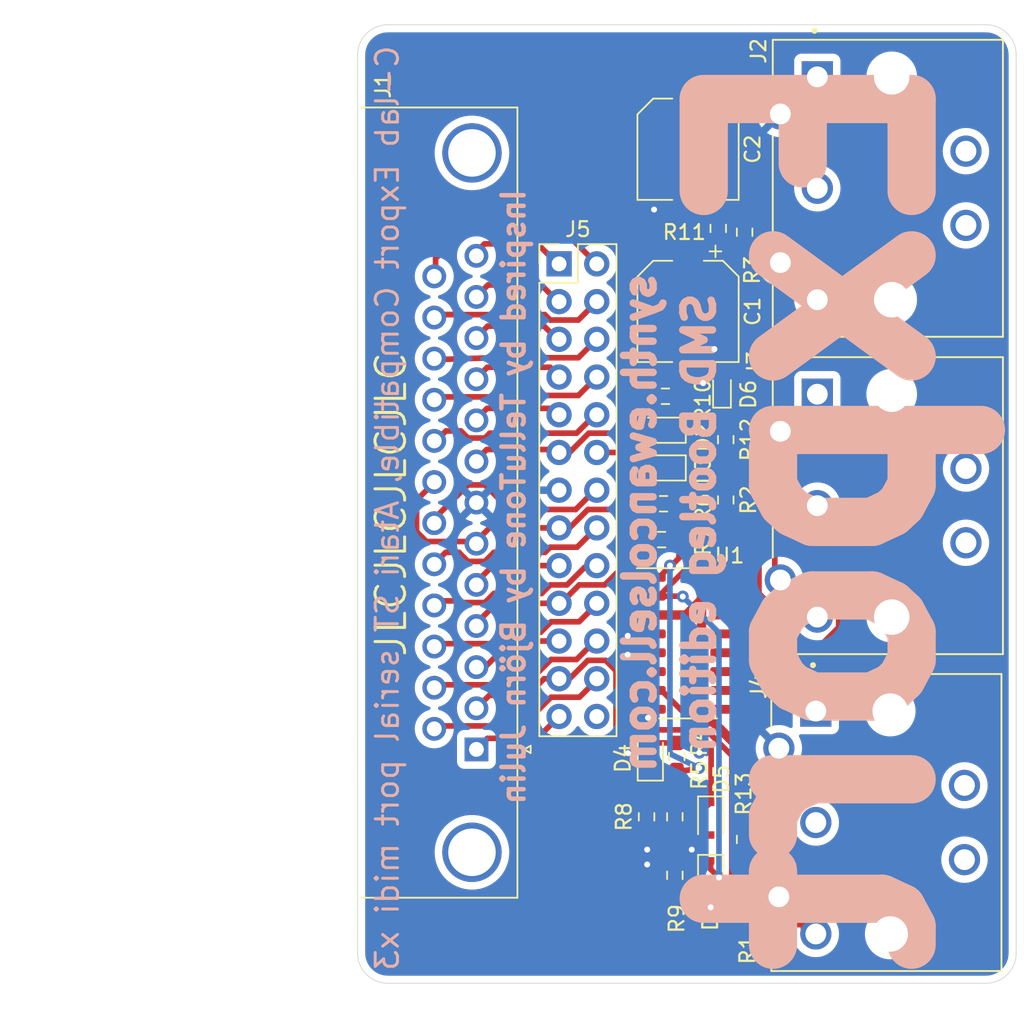
<source format=kicad_pcb>
(kicad_pcb (version 20211014) (generator pcbnew)
  (layers (0 "F.Cu" signal) (31 "B.Cu" signal) (34 "B.Paste" user) (35 "F.Paste" user) (36 "B.SilkS" user "B.Silkscreen") (37 "F.SilkS" user "F.Silkscreen") (38 "B.Mask" user) (39 "F.Mask" user) (44 "Edge.Cuts" user))
  (net 0 "")
  (net 1 "GND")
  (net 2 "Net-(C1-Pad1)")
  (net 3 "VCC")
  (net 4 "Net-(D1-Pad1)")
  (net 5 "Net-(D2-Pad2)")
  (net 6 "Net-(D3-Pad2)")
  (net 7 "Net-(D4-Pad1)")
  (net 8 "Net-(D5-Pad1)")
  (net 9 "Net-(J1-Pad2)")
  (net 10 "Net-(J2-Pad5)")
  (net 11 "Net-(J2-Pad4)")
  (net 12 "Net-(J3-Pad5)")
  (net 13 "Net-(J3-Pad4)")
  (net 14 "Net-(J4-Pad5)")
  (net 15 "Net-(J4-Pad4)")
  (net 16 "Net-(R1-Pad2)")
  (net 17 "Net-(R2-Pad2)")
  (net 18 "Net-(R3-Pad2)")
  (net 19 "Net-(J1-Pad25)")
  (net 20 "Net-(J1-Pad24)")
  (net 21 "Net-(J1-Pad23)")
  (net 22 "Net-(J1-Pad22)")
  (net 23 "Net-(J1-Pad21)")
  (net 24 "Net-(J1-Pad19)")
  (net 25 "Net-(J1-Pad18)")
  (net 26 "Net-(J1-Pad17)")
  (net 27 "Net-(J1-Pad16)")
  (net 28 "Net-(J1-Pad15)")
  (net 29 "Net-(J1-Pad14)")
  (net 30 "Net-(J1-Pad13)")
  (net 31 "Net-(J1-Pad12)")
  (net 32 "Net-(J1-Pad11)")
  (net 33 "Net-(J1-Pad10)")
  (net 34 "Net-(J1-Pad9)")
  (net 35 "Net-(J1-Pad5)")
  (net 36 "Net-(J1-Pad3)")
  (net 37 "Net-(J1-Pad1)")
  (footprint "Capacitor_SMD:CP_Elec_6.3x7.7" (layer "F.Cu") (at 111.252 63.754 -90)
    (fp_text reference "C1")
    (fp_text value "220uF/16v")
  )
  (footprint "Capacitor_SMD:CP_Elec_6.3x7.7" (layer "F.Cu") (at 111.252 52.832 -90)
    (fp_text reference "C2")
    (fp_text value "220uF/10v")
  )
  (footprint "Diode_SMD:D_SOD-323F" (layer "F.Cu") (at 109.601 71.755 180)
    (fp_text reference "D2")
    (fp_text value "1N4148" hide)
  )
  (footprint "Diode_SMD:D_SOD-323F" (layer "F.Cu") (at 109.601 74.295 180)
    (fp_text reference "D3")
    (fp_text value "1N4148" hide)
  )
  (footprint "Diode_SMD:D_SOD-523" (layer "F.Cu") (at 113.538 69.088 90)
    (fp_text reference "D6")
    (fp_text value "DZ5.1v" hide)
  )
  (footprint "Atari Export:SWITCHCRAFT_61PC5F_DIN5" (layer "F.Cu") (at 124.8675 98.175 180)
    (fp_text reference "J4")
    (fp_text value "DIN-5_180degree")
  )
  (footprint "Atari Export:SWITCHCRAFT_61PC5F_DIN5" (layer "F.Cu") (at 124.968 55.4625 180)
    (fp_text reference "J2")
    (fp_text value "DIN-5_180degree")
  )
  (footprint "Atari Export:SWITCHCRAFT_61PC5F_DIN5" (layer "F.Cu") (at 124.968 76.835 180)
    (fp_text reference "J3")
    (fp_text value "DIN-5_180degree")
  )
  (footprint "Resistor_SMD:R_0603_1608Metric_Pad0.98x0.95mm_HandSolder" (layer "F.Cu") (at 115.062 104.14 90)
    (fp_text reference "R1")
    (fp_text value "220R" hide)
  )
  (footprint "Resistor_SMD:R_0603_1608Metric_Pad0.98x0.95mm_HandSolder" (layer "F.Cu") (at 113.284 58.166 -90)
    (fp_text reference "R3")
    (fp_text value "220R" hide)
  )
  (footprint "Resistor_SMD:R_0603_1608Metric_Pad0.98x0.95mm_HandSolder" (layer "F.Cu") (at 109.474 79.121 180)
    (fp_text reference "R7")
    (fp_text value "22k" hide)
  )
  (footprint "Resistor_SMD:R_0603_1608Metric_Pad0.98x0.95mm_HandSolder" (layer "F.Cu") (at 109.728 69.469 180)
    (fp_text reference "R10")
    (fp_text value "470R" hide)
  )
  (footprint "Resistor_SMD:R_0603_1608Metric_Pad0.98x0.95mm_HandSolder" (layer "F.Cu") (at 115.062 58.42 90)
    (fp_text reference "R11")
    (fp_text value "220R" hide)
  )
  (footprint "Resistor_SMD:R_0603_1608Metric_Pad0.98x0.95mm_HandSolder" (layer "F.Cu") (at 113.792 72.39 90)
    (fp_text reference "R12")
    (fp_text value "220R" hide)
  )
  (footprint "Resistor_SMD:R_0603_1608Metric_Pad0.98x0.95mm_HandSolder" (layer "F.Cu") (at 115.062 99.314 90)
    (fp_text reference "R13")
    (fp_text value "220R" hide)
  )
  (footprint "Resistor_SMD:R_0603_1608Metric_Pad0.98x0.95mm_HandSolder" (layer "F.Cu") (at 109.601 76.708 180)
    (fp_text reference "R6")
    (fp_text value "22k" hide)
  )
  (footprint "Package_SO:SOIC-16_3.9x9.9mm_P1.27mm" (layer "F.Cu") (at 111.252 86.106)
    (fp_text reference "U1")
    (fp_text value "74hc138" hide)
  )
  (footprint "Resistor_SMD:R_0603_1608Metric_Pad0.98x0.95mm_HandSolder" (layer "F.Cu") (at 110.363 101.727 -90)
    (fp_text reference "R9")
    (fp_text value "47k")
  )
  (footprint "Resistor_SMD:R_0603_1608Metric_Pad0.98x0.95mm_HandSolder" (layer "F.Cu") (at 108.458 97.79 -90)
    (fp_text reference "R8")
    (fp_text value "22k" hide)
  )
  (footprint "Diode_SMD:D_SOD-323F" (layer "F.Cu") (at 108.712 93.853 90)
    (fp_text reference "D4")
    (fp_text value "1N4148" hide)
  )
  (footprint "Diode_SMD:D_SOD-323F" (layer "F.Cu") (at 112.776 97.917 -90)
    (fp_text reference "D5")
    (fp_text value "1N4148" hide)
  )
  (footprint "Diode_SMD:D_SOD-323F" (layer "F.Cu") (at 112.776 101.854 -90)
    (fp_text reference "D1")
    (fp_text value "1N4148" hide)
  )
  (footprint "Resistor_SMD:R_0603_1608Metric_Pad0.98x0.95mm_HandSolder" (layer "F.Cu") (at 110.363 97.79 90)
    (fp_text reference "R5")
    (fp_text value "47k")
  )
  (footprint "Resistor_SMD:R_0603_1608Metric_Pad0.98x0.95mm_HandSolder" (layer "F.Cu") (at 110.49 93.726 -90)
    (fp_text reference "R4")
    (fp_text value "47k")
  )
  (footprint "Resistor_SMD:R_0603_1608Metric_Pad0.98x0.95mm_HandSolder" (layer "F.Cu") (at 113.792 76.454 90)
    (fp_text reference "R2")
    (fp_text value "220R" hide)
  )
  (footprint "Connector_PinHeader_2.54mm:PinHeader_2x13_P2.54mm_Vertical" (layer "F.Cu") (at 102.5652 60.5536)
    (fp_text reference "J5")
    (fp_text value "Conn_01x25")
  )
  (footprint "Connector_Dsub:DSUB-25_Female_Horizontal_P2.77x2.84mm_EdgePinOffset4.94mm_Housed_MountingHolesOffset7.48mm" (layer "F.Cu") (at 97 93.25 -90)
    (fp_text reference "J1")
    (fp_text value "DB25_Female" hide)
  )
  (gr_arc (start 91.03454 109) (mid 89.607244 108.416928) (end 89 106.999748) (layer "Edge.Cuts") (width 0.05))
  (gr_arc (start 133.35 106.968) (mid 132.754841 108.404841) (end 131.318 109) (layer "Edge.Cuts") (width 0.05))
  (gr_line (start 89 46.482) (end 89 106.999748) (layer "Edge.Cuts") (width 0.05))
  (gr_line (start 131.318 109) (end 91.03454 109) (layer "Edge.Cuts") (width 0.05))
  (gr_line (start 131.318 44.45) (end 91.032 44.45) (layer "Edge.Cuts") (width 0.05))
  (gr_arc (start 89 46.482) (mid 89.595159 45.045159) (end 91.032 44.45) (layer "Edge.Cuts") (width 0.05))
  (gr_line (start 133.35 46.482) (end 133.35 106.968) (layer "Edge.Cuts") (width 0.05))
  (gr_arc (start 131.318 44.45) (mid 132.754841 45.045159) (end 133.35 46.482) (layer "Edge.Cuts") (width 0.05))
  (gr_text "Export\n" (at 120 77 90) (layer "B.SilkS") (effects (font (size 14 13) (thickness 3.25)) (justify mirror)))
  (gr_text "synth.ewancolsell.com" (at 108 78 90) (layer "B.SilkS") (effects (font (size 2 2) (thickness 0.5)) (justify mirror)))
  (gr_text "SMD Bootleg edition" (at 112 78 90) (layer "B.SilkS") (effects (font (size 2 2) (thickness 0.5)) (justify mirror)))
  (gr_text "C-lab Export Compatible, Atari ST serial port midi x3" (at 91 77 90) (layer "B.SilkS") (effects (font (size 1.5 1.5) (thickness 0.2)) (justify mirror)))
  (gr_text "Inspired by TelluTone by Björn Julin" (at 99.5 76.25 90) (layer "B.SilkS") (effects (font (size 1.5 1.5) (thickness 0.3)) (justify mirror)))
  (gr_text "JLCJLCJLCJLC" (at 91.25 76.75 90) (layer "F.SilkS") (effects (font (size 2 2) (thickness 0.2))))
  (segment (start 108.6855 100.8145) (end 108.5 101) (width 0.381) (layer "F.Cu") (net 1))
  (segment (start 107.873996 92.753) (end 108.669 92.753) (width 0.381) (layer "F.Cu") (net 1))
  (segment (start 108.5 100) (end 110.363 98.933) (width 0.381) (layer "F.Cu") (net 1))
  (segment (start 107.315 86.741) (end 107.188 86.868) (width 0.381) (layer "F.Cu") (net 1))
  (segment (start 111.3555 92.8135) (end 112.014 93.472) (width 0.381) (layer "F.Cu") (net 1))
  (segment (start 108.669 92.753) (end 108.712 92.71) (width 0.381) (layer "F.Cu") (net 1))
  (segment (start 110.236 56.896) (end 108.966004 56.896) (width 0.381) (layer "F.Cu") (net 1))
  (segment (start 110.998 66.3585) (end 112.9655 66.3585) (width 0.381) (layer "F.Cu") (net 1))
  (segment (start 111.555122 99.017) (end 112.776 99.017) (width 0.381) (layer "F.Cu") (net 1))
  (segment (start 109.285 90.551) (end 108.715426 91.120574) (width 0.381) (layer "F.Cu") (net 1))
  (segment (start 109.285 85.471) (end 107.315 85.471) (width 0.381) (layer "F.Cu") (net 1))
  (segment (start 112.776 102.954) (end 112.776 103.886) (width 0.381) (layer "F.Cu") (net 1))
  (segment (start 110.363 100.8145) (end 108.6855 100.8145) (width 0.381) (layer "F.Cu") (net 1))
  (segment (start 112.522 68.388) (end 113.476 68.388) (width 0.381) (layer "F.Cu") (net 1))
  (segment (start 111.5 100) (end 111.555122 99.017) (width 0.381) (layer "F.Cu") (net 1))
  (segment (start 110.363 98.933) (end 110.363 98.7025) (width 0.381) (layer "F.Cu") (net 1))
  (segment (start 107.315 85.471) (end 107.188 85.598) (width 0.381) (layer "F.Cu") (net 1))
  (segment (start 110.49 92.8135) (end 108.8135 92.8135) (width 0.381) (layer "F.Cu") (net 1))
  (segment (start 112.9655 66.3585) (end 113.03 66.294) (width 0.381) (layer "F.Cu") (net 1))
  (segment (start 110.49 92.8135) (end 111.3555 92.8135) (width 0.381) (layer "F.Cu") (net 1))
  (segment (start 107.208119 93.5) (end 107.873996 92.753) (width 0.381) (layer "F.Cu") (net 1))
  (segment (start 111.252 55.88) (end 110.236 56.896) (width 0.381) (layer "F.Cu") (net 1))
  (segment (start 113.476 68.388) (end 113.538 68.326) (width 0.381) (layer "F.Cu") (net 1))
  (segment (start 108.715426 91.120574) (end 108.554197 91.120574) (width 0.381) (layer "F.Cu") (net 1))
  (segment (start 109.285 86.741) (end 107.315 86.741) (width 0.381) (layer "F.Cu") (net 1))
  (via (at 107.188 86.868) (size 0.8) (drill 0.4) (layers "F.Cu" "B.Cu") (net 1))
  (via (at 108.5 100) (size 0.8) (drill 0.4) (layers "F.Cu" "B.Cu") (net 1))
  (via (at 108.5 101) (size 0.8) (drill 0.4) (layers "F.Cu" "B.Cu") (net 1))
  (via (at 111.5 100) (size 0.8) (drill 0.4) (layers "F.Cu" "B.Cu") (net 1))
  (via (at 112.268 68.58) (size 0.8) (drill 0.4) (layers "F.Cu" "B.Cu") (net 1))
  (via (at 108.966004 56.896) (size 0.8) (drill 0.4) (layers "F.Cu" "B.Cu") (net 1))
  (via (at 112.014 93.472) (size 0.8) (drill 0.4) (layers "F.Cu" "B.Cu") (net 1))
  (via (at 108.554197 91.120574) (size 0.8) (drill 0.4) (layers "F.Cu" "B.Cu") (net 1))
  (via (at 113.03 66.294) (size 0.8) (drill 0.4) (layers "F.Cu" "B.Cu") (net 1))
  (via (at 107.188 85.598) (size 0.8) (drill 0.4) (layers "F.Cu" "B.Cu") (net 1))
  (via (at 112.776 103.886) (size 0.8) (drill 0.4) (layers "F.Cu" "B.Cu") (net 1))
  (via (at 107.208119 93.5) (size 0.8) (drill 0.4) (layers "F.Cu" "B.Cu") (net 1))
  (segment (start 111.51851 68.971368) (end 111.51851 69.966632) (width 0.381) (layer "F.Cu") (net 2))
  (segment (start 109.68101 68.60349) (end 111.150632 68.60349) (width 0.381) (layer "F.Cu") (net 2))
  (segment (start 110.744 70.741142) (end 110.744 71.882) (width 0.381) (layer "F.Cu") (net 2))
  (segment (start 111.150632 68.60349) (end 111.51851 68.971368) (width 0.381) (layer "F.Cu") (net 2))
  (segment (start 108.31649 69.20049) (end 108.31649 64.65751) (width 0.381) (layer "F.Cu") (net 2))
  (segment (start 108.712 69.596) (end 108.31649 69.20049) (width 0.381) (layer "F.Cu") (net 2))
  (segment (start 108.31649 64.65751) (end 111.252 61.722) (width 0.381) (layer "F.Cu") (net 2))
  (segment (start 111.51851 69.966632) (end 110.744 70.741142) (width 0.381) (layer "F.Cu") (net 2))
  (segment (start 108.8155 69.469) (end 109.68101 68.60349) (width 0.381) (layer "F.Cu") (net 2))
  (segment (start 110.701 74.295) (end 110.701 71.671) (width 0.381) (layer "F.Cu") (net 2))
  (segment (start 112.161479 83.085517) (end 112.161479 78.265059) (width 0.635) (layer "F.Cu") (net 3))
  (segment (start 109.933499 74.959001) (end 110.689988 75.71549) (width 0.635) (layer "F.Cu") (net 3))
  (segment (start 112.161479 82.617019) (end 112.23449 82.544008) (width 0.635) (layer "F.Cu") (net 3))
  (segment (start 111.637468 70.988532) (end 111.637468 75.099513) (width 0.635) (layer "F.Cu") (net 3))
  (segment (start 112.776 69.85) (end 113.538 69.85) (width 0.635) (layer "F.Cu") (net 3))
  (segment (start 112.23449 82.544008) (end 112.23449 82.504506) (width 0.635) (layer "F.Cu") (net 3))
  (segment (start 112.23449 82.504506) (end 112.625506 82.11349) (width 0.635) (layer "F.Cu") (net 3))
  (segment (start 114.60799 56.94999) (end 115.062 57.404) (width 0.635) (layer "F.Cu") (net 3))
  (segment (start 115.062 93.527105) (end 115.062 98.298) (width 0.635) (layer "F.Cu") (net 3))
  (segment (start 112.161479 83.164521) (end 112.161479 83.085517) (width 0.635) (layer "F.Cu") (net 3))
  (segment (start 110.8085 50.7355) (end 109.2845 50.7355) (width 0.635) (layer "F.Cu") (net 3))
  (segment (start 109.2845 50.7355) (end 106.934 53.086) (width 0.635) (layer "F.Cu") (net 3))
  (segment (start 110.689988 75.71549) (end 111.076236 75.71549) (width 0.635) (layer "F.Cu") (net 3))
  (segment (start 108.252764 70.46151) (end 109.62449 70.46151) (width 0.635) (layer "F.Cu") (net 3))
  (segment (start 112.625506 82.11349) (end 112.665008 82.11349) (width 0.635) (layer "F.Cu") (net 3))
  (segment (start 112.161479 83.085517) (end 112.161479 82.617019) (width 0.635) (layer "F.Cu") (net 3))
  (segment (start 110.617 69.469) (end 109.933499 70.152501) (width 0.635) (layer "F.Cu") (net 3))
  (segment (start 109.62449 70.46151) (end 109.933499 70.152501) (width 0.635) (layer "F.Cu") (net 3))
  (segment (start 111.81721 77.92079) (end 112.07121 78.17479) (width 0.635) (layer "F.Cu") (net 3))
  (segment (start 112.16449 70.46151) (end 111.637468 70.988532) (width 0.635) (layer "F.Cu") (net 3))
  (segment (start 111.125 84.201) (end 112.161479 83.164521) (width 0.635) (layer "F.Cu") (net 3))
  (segment (start 112.16449 70.46151) (end 112.776 69.85) (width 0.635) (layer "F.Cu") (net 3))
  (segment (start 113.244498 81.534) (end 114.046 81.534) (width 0.635) (layer "F.Cu") (net 3))
  (segment (start 112.927372 91.392477) (end 115.062 93.527105) (width 0.635) (layer "F.Cu") (net 3))
  (segment (start 112.161479 78.265059) (end 111.81721 77.92079) (width 0.635) (layer "F.Cu") (net 3))
  (segment (start 113.18048 71.4775) (end 112.16449 70.46151) (width 0.635) (layer "F.Cu") (net 3))
  (segment (start 113.538 69.85) (end 112.522 69.85) (width 0.635) (layer "F.Cu") (net 3))
  (segment (start 112.161479 78.265059) (end 112.07121 78.17479) (width 0.381) (layer "F.Cu") (net 3))
  (segment (start 110.998 50.546) (end 110.8085 50.7355) (width 0.635) (layer "F.Cu") (net 3))
  (segment (start 109.285 84.201) (end 111.125 84.201) (width 0.635) (layer "F.Cu") (net 3))
  (segment (start 112.161479 90.974855) (end 112.579098 91.392476) (width 0.635) (layer "F.Cu") (net 3))
  (segment (start 111.637468 75.099513) (end 111.02149 75.71549) (width 0.635) (layer "F.Cu") (net 3))
  (segment (start 114.60799 55.36149) (end 114.60799 56.94999) (width 0.635) (layer "F.Cu") (net 3))
  (segment (start 111.51851 76.157764) (end 111.51851 77.62209) (width 0.635) (layer "F.Cu") (net 3))
  (segment (start 111.076236 75.71549) (end 111.51851 76.157764) (width 0.635) (layer "F.Cu") (net 3))
  (segment (start 113.792 71.4775) (end 113.18048 71.4775) (width 0.635) (layer "F.Cu") (net 3))
  (segment (start 109.982 50.7355) (end 114.60799 55.36149) (width 0.635) (layer "F.Cu") (net 3))
  (segment (start 110.6405 69.469) (end 110.617 69.469) (width 0.635) (layer "F.Cu") (net 3))
  (segment (start 112.665008 82.11349) (end 113.244498 81.534) (width 0.635) (layer "F.Cu") (net 3))
  (segment (start 109.933499 70.152501) (end 109.933499 74.959001) (width 0.635) (layer "F.Cu") (net 3))
  (segment (start 106.934 69.142746) (end 108.252764 70.46151) (width 0.635) (layer "F.Cu") (net 3))
  (segment (start 112.579098 91.392476) (end 112.927372 91.392477) (width 0.635) (layer "F.Cu") (net 3))
  (segment (start 112.161479 83.164521) (end 112.161479 90.974855) (width 0.635) (layer "F.Cu") (net 3))
  (segment (start 111.51851 77.62209) (end 111.81721 77.92079) (width 0.635) (layer "F.Cu") (net 3))
  (segment (start 106.934 53.086) (end 106.934 69.142746) (width 0.635) (layer "F.Cu") (net 3))
  (segment (start 111.26451 78.623368) (end 110.49 77.848858) (width 0.381) (layer "F.Cu") (net 4))
  (segment (start 110.49 77.848858) (end 110.49 76.962) (width 0.381) (layer "F.Cu") (net 4))
  (segment (start 110.5 102.6395) (end 110.9745 102.6395) (width 0.381) (layer "F.Cu") (net 4))
  (segment (start 112.776 101.3206) (end 113.3348 101.8794) (width 0.381) (layer "F.Cu") (net 4))
  (segment (start 110.9745 102.6395) (end 112.776 100.838) (width 0.381) (layer "F.Cu") (net 4))
  (segment (start 110.871 82.931) (end 110.8964 82.9564) (width 0.381) (layer "F.Cu") (net 4))
  (segment (start 111.26451 80.95149) (end 111.26451 78.623368) (width 0.381) (layer "F.Cu") (net 4))
  (segment (start 108.777 82.931) (end 110.871 82.931) (width 0.381) (layer "F.Cu") (net 4))
  (segment (start 109.285 82.931) (end 111.26451 80.95149) (width 0.381) (layer "F.Cu") (net 4))
  (segment (start 112.776 100.754) (end 112.776 101.3206) (width 0.381) (layer "F.Cu") (net 4))
  (via (at 113.3348 101.8794) (size 0.8) (drill 0.4) (layers "F.Cu" "B.Cu") (net 4))
  (via (at 110.8964 82.9564) (size 0.8) (drill 0.4) (layers "F.Cu" "B.Cu") (net 4))
  (segment (start 110.8964 82.9564) (end 113.3348 85.3948) (width 0.381) (layer "B.Cu") (net 4))
  (segment (start 113.3348 85.3948) (end 113.3348 101.8794) (width 0.381) (layer "B.Cu") (net 4))
  (segment (start 109.43951 77.45901) (end 109.43951 79.618632) (width 0.381) (layer "F.Cu") (net 5))
  (segment (start 108.501 73.092098) (end 109.141501 73.732599) (width 0.381) (layer "F.Cu") (net 5))
  (segment (start 102.5652 83.4136) (end 98.340014 83.4136) (width 0.381) (layer "F.Cu") (net 5))
  (segment (start 103.269258 73.2536) (end 104.568757 71.954101) (width 0.381) (layer "F.Cu") (net 5))
  (segment (start 106.844252 80.97049) (end 105.641643 82.173099) (width 0.381) (layer "F.Cu") (net 5))
  (segment (start 108.6885 76.708) (end 109.43951 77.45901) (width 0.381) (layer "F.Cu") (net 5))
  (segment (start 98.340014 83.4136) (end 97.003614 84.75) (width 0.381) (layer "F.Cu") (net 5))
  (segment (start 105.641643 82.173099) (end 103.923315 82.173099) (width 0.381) (layer "F.Cu") (net 5))
  (segment (start 97 73.75) (end 97.6967 73.0533) (width 0.381) (layer "F.Cu") (net 5))
  (segment (start 97.003614 84.75) (end 97 84.75) (width 0.381) (layer "F.Cu") (net 5))
  (segment (start 109.141501 76.254999) (end 109.141501 73.732599) (width 0.381) (layer "F.Cu") (net 5))
  (segment (start 108.087652 80.97049) (end 106.844252 80.97049) (width 0.381) (layer "F.Cu") (net 5))
  (segment (start 102.4157 73.0533) (end 102.6922 73.3298) (width 0.381) (layer "F.Cu") (net 5))
  (segment (start 108.233499 71.954101) (end 108.3564 71.8312) (width 0.381) (layer "F.Cu") (net 5))
  (segment (start 109.43951 79.618632) (end 108.087652 80.97049) (width 0.381) (layer "F.Cu") (net 5))
  (segment (start 103.923315 82.173099) (end 102.733614 83.3628) (width 0.381) (layer "F.Cu") (net 5))
  (segment (start 108.6885 76.708) (end 109.141501 76.254999) (width 0.381) (layer "F.Cu") (net 5))
  (segment (start 104.568757 71.954101) (end 108.233499 71.954101) (width 0.381) (layer "F.Cu") (net 5))
  (segment (start 102.5652 73.2536) (end 103.269258 73.2536) (width 0.381) (layer "F.Cu") (net 5))
  (segment (start 108.501 71.755) (end 108.501 73.092098) (width 0.381) (layer "F.Cu") (net 5))
  (segment (start 97.6967 73.0533) (end 102.4157 73.0533) (width 0.381) (layer "F.Cu") (net 5))
  (segment (start 108.5615 79.121) (end 107.81049 78.36999) (width 0.381) (layer "F.Cu") (net 6))
  (segment (start 92.969499 78.586441) (end 92.969499 76.463701) (width 0.381) (layer "F.Cu") (net 6))
  (segment (start 93.633058 79.25) (end 92.969499 78.586441) (width 0.381) (layer "F.Cu") (net 6))
  (segment (start 97 79.25) (end 93.633058 79.25) (width 0.381) (layer "F.Cu") (net 6))
  (segment (start 107.81049 78.36999) (end 107.81049 74.89171) (width 0.381) (layer "F.Cu") (net 6))
  (segment (start 106.533599 77.093099) (end 107.81049 78.36999) (width 0.381) (layer "F.Cu") (net 6))
  (segment (start 103.269258 78.3336) (end 104.509759 77.093099) (width 0.381) (layer "F.Cu") (net 6))
  (segment (start 107.4166 73.2536) (end 108.4072 74.2442) (width 0.381) (layer "F.Cu") (net 6))
  (segment (start 97.880015 78.3336) (end 97 79.213615) (width 0.381) (layer "F.Cu") (net 6))
  (segment (start 92.969499 76.463701) (end 94.1832 75.25) (width 0.381) (layer "F.Cu") (net 6))
  (segment (start 102.5652 78.3336) (end 97.880015 78.3336) (width 0.381) (layer "F.Cu") (net 6))
  (segment (start 104.509759 77.093099) (end 106.533599 77.093099) (width 0.381) (layer "F.Cu") (net 6))
  (segment (start 97 79.213615) (end 97 79.25) (width 0.381) (layer "F.Cu") (net 6))
  (segment (start 107.81049 74.89171) (end 108.3564 74.3458) (width 0.381) (layer "F.Cu") (net 6))
  (segment (start 105.1052 73.2536) (end 107.4166 73.2536) (width 0.381) (layer "F.Cu") (net 6))
  (segment (start 102.5652 78.3336) (end 103.269258 78.3336) (width 0.381) (layer "F.Cu") (net 6))
  (segment (start 109.0441 94.6385) (end 108.839 94.8436) (width 0.381) (layer "F.Cu") (net 7))
  (segment (start 110.0328 80.8736) (end 109.22 81.788) (width 0.381) (layer "F.Cu") (net 7))
  (segment (start 110.6405 80.3675) (end 110.0836 80.9244) (width 0.381) (layer "F.Cu") (net 7))
  (segment (start 110.6405 79.121) (end 110.6405 80.3675) (width 0.381) (layer "F.Cu") (net 7))
  (segment (start 110.0836 80.9244) (end 110.0328 80.8736) (width 0.381) (layer "F.Cu") (net 7))
  (segment (start 110.49 94.6385) (end 109.0441 94.6385) (width 0.381) (layer "F.Cu") (net 7))
  (segment (start 111.1504 94.6658) (end 110.5916 94.6658) (width 0.381) (layer "F.Cu") (net 7))
  (segment (start 112 94.5) (end 111.1504 94.6658) (width 0.381) (layer "F.Cu") (net 7))
  (via (at 112 94.5) (size 0.8) (drill 0.4) (layers "F.Cu" "B.Cu") (net 7))
  (via (at 110.0328 80.8736) (size 0.8) (drill 0.4) (layers "F.Cu" "B.Cu") (net 7))
  (segment (start 112 94.5) (end 110.0328 93.5482) (width 0.381) (layer "B.Cu") (net 7))
  (segment (start 110.0328 93.5482) (end 110.0328 80.8736) (width 0.381) (layer "B.Cu") (net 7))
  (segment (start 107.41149 88.40151) (end 107.41149 91.095818) (width 0.381) (layer "F.Cu") (net 8))
  (segment (start 107.41149 91.095818) (end 108.251162 91.93549) (width 0.381) (layer "F.Cu") (net 8))
  (segment (start 112.588856 97.004144) (end 108.688144 97.004144) (width 0.381) (layer "F.Cu") (net 8))
  (segment (start 108.251162 91.93549) (end 111.299162 91.93549) (width 0.381) (layer "F.Cu") (net 8))
  (segment (start 112.04517 92.681498) (end 112.393442 92.681498) (width 0.381) (layer "F.Cu") (net 8))
  (segment (start 112.776 96.817) (end 112.588856 97.004144) (width 0.381) (layer "F.Cu") (net 8))
  (segment (start 112.804502 93.092558) (end 112.804502 96.745498) (width 0.381) (layer "F.Cu") (net 8))
  (segment (start 112.804502 96.745498) (end 112.776 96.774) (width 0.381) (layer "F.Cu") (net 8))
  (segment (start 111.299162 91.93549) (end 112.04517 92.681498) (width 0.381) (layer "F.Cu") (net 8))
  (segment (start 112.393442 92.681498) (end 112.804502 93.092558) (width 0.381) (layer "F.Cu") (net 8))
  (segment (start 107.802 88.011) (end 107.41149 88.40151) (width 0.381) (layer "F.Cu") (net 8))
  (segment (start 108.777 88.011) (end 107.802 88.011) (width 0.381) (layer "F.Cu") (net 8))
  (segment (start 108.688144 97.004144) (end 108.458 96.774) (width 0.381) (layer "F.Cu") (net 8))
  (segment (start 104.509759 87.253099) (end 105.700641 87.253099) (width 0.381) (layer "F.Cu") (net 9))
  (segment (start 101.55093 88.4936) (end 100.43333 89.6112) (width 0.381) (layer "F.Cu") (net 9))
  (segment (start 100.43333 89.6112) (end 97.866 89.6112) (width 0.381) (layer "F.Cu") (net 9))
  (segment (start 102.5652 88.4936) (end 103.269258 88.4936) (width 0.381) (layer "F.Cu") (net 9))
  (segment (start 105.700641 87.253099) (end 106.4022 87.954658) (width 0.381) (layer "F.Cu") (net 9))
  (segment (start 106.4022 96.5978) (end 108.4834 98.679) (width 0.381) (layer "F.Cu") (net 9))
  (segment (start 102.5652 88.4936) (end 101.55093 88.4936) (width 0.381) (layer "F.Cu") (net 9))
  (segment (start 106.4022 87.954658) (end 106.4022 96.5978) (width 0.381) (layer "F.Cu") (net 9))
  (segment (start 97.866 89.6112) (end 96.9772 90.5) (width 0.381) (layer "F.Cu") (net 9))
  (segment (start 103.269258 88.4936) (end 104.509759 87.253099) (width 0.381) (layer "F.Cu") (net 9))
  (segment (start 117.091858 62.738) (end 120.142 62.738) (width 0.381) (layer "F.Cu") (net 10))
  (segment (start 113.284 57.404) (end 114.19649 58.31649) (width 0.381) (layer "F.Cu") (net 10))
  (segment (start 114.19649 58.31649) (end 114.19649 59.842632) (width 0.381) (layer "F.Cu") (net 10))
  (segment (start 114.19649 59.842632) (end 117.091858 62.738) (width 0.381) (layer "F.Cu") (net 10))
  (segment (start 116.586 59.436) (end 117.602 60.452) (width 0.381) (layer "F.Cu") (net 11))
  (segment (start 115.062 59.436) (end 116.586 59.436) (width 0.381) (layer "F.Cu") (net 11))
  (segment (start 116.027499 79.451499) (end 114.046 77.47) (width 0.381) (layer "F.Cu") (net 12))
  (segment (start 119.958 84.34) (end 117.614 84.34) (width 0.381) (layer "F.Cu") (net 12))
  (segment (start 114.046 77.47) (end 113.792 77.47) (width 0.381) (layer "F.Cu") (net 12))
  (segment (start 117.614 84.34) (end 116.027499 82.753499) (width 0.381) (layer "F.Cu") (net 12))
  (segment (start 116.027499 82.753499) (end 116.027499 79.451499) (width 0.381) (layer "F.Cu") (net 12))
  (segment (start 117.094 79.292858) (end 117.094 81.788) (width 0.381) (layer "F.Cu") (net 13))
  (segment (start 114.289632 76.48849) (end 117.094 79.292858) (width 0.381) (layer "F.Cu") (net 13))
  (segment (start 113.792 74.165858) (end 112.92649 75.031368) (width 0.381) (layer "F.Cu") (net 13))
  (segment (start 112.92649 76.051632) (end 113.363348 76.48849) (width 0.381) (layer "F.Cu") (net 13))
  (segment (start 113.792 73.406) (end 113.792 74.165858) (width 0.381) (layer "F.Cu") (net 13))
  (segment (start 113.363348 76.48849) (end 114.289632 76.48849) (width 0.381) (layer "F.Cu") (net 13))
  (segment (start 112.92649 75.031368) (end 112.92649 76.051632) (width 0.381) (layer "F.Cu") (net 13))
  (segment (start 115.062 105.0525) (end 119.0225 105.0525) (width 0.381) (layer "F.Cu") (net 14))
  (segment (start 119.0225 105.3065) (end 119.634 105.918) (width 0.381) (layer "F.Cu") (net 14))
  (segment (start 119.0225 105.0525) (end 119.0225 105.3065) (width 0.381) (layer "F.Cu") (net 14))
  (segment (start 115.062 101.1245) (end 115.062 100.33) (width 0.381) (layer "F.Cu") (net 15))
  (segment (start 117.3675 103.43) (end 115.062 101.1245) (width 0.381) (layer "F.Cu") (net 15))
  (segment (start 112.634104 92.100487) (end 114.19649 93.662873) (width 0.381) (layer "F.Cu") (net 16))
  (segment (start 114.19649 102.25849) (end 115.062 103.124) (width 0.381) (layer "F.Cu") (net 16))
  (segment (start 112.285832 92.100487) (end 112.634104 92.100487) (width 0.381) (layer "F.Cu") (net 16))
  (segment (start 114.19649 93.662873) (end 114.19649 102.25849) (width 0.381) (layer "F.Cu") (net 16))
  (segment (start 109.285 89.281) (end 109.466345 89.281) (width 0.381) (layer "F.Cu") (net 16))
  (segment (start 109.466345 89.281) (end 112.285832 92.100487) (width 0.381) (layer "F.Cu") (net 16))
  (segment (start 115.878942 90.551) (end 121.398501 85.031441) (width 0.381) (layer "F.Cu") (net 17))
  (segment (start 114.235 90.551) (end 115.878942 90.551) (width 0.381) (layer "F.Cu") (net 17))
  (segment (start 121.398501 85.031441) (end 121.398501 82.775687) (width 0.381) (layer "F.Cu") (net 17))
  (segment (start 114.060814 75.438) (end 113.792 75.438) (width 0.381) (layer "F.Cu") (net 17))
  (segment (start 121.398501 82.775687) (end 114.060814 75.438) (width 0.381) (layer "F.Cu") (net 17))
  (segment (start 112.522 74.614185) (end 112.522 73.196858) (width 0.381) (layer "F.Cu") (net 18))
  (segment (start 113.284 59.751815) (end 113.284 59.182) (width 0.381) (layer "F.Cu") (net 18))
  (segment (start 113.727 89.281) (end 114.702 89.281) (width 0.381) (layer "F.Cu") (net 18))
  (segment (start 113.210989 78.218662) (end 112.345479 77.353152) (width 0.381) (layer "F.Cu") (net 18))
  (segment (start 115.09251 88.89049) (end 115.09251 80.59251) (width 0.381) (layer "F.Cu") (net 18))
  (segment (start 113.363348 72.35551) (end 114.289632 72.35551) (width 0.381) (layer "F.Cu") (net 18))
  (segment (start 114.289632 72.35551) (end 114.681 71.964142) (width 0.381) (layer "F.Cu") (net 18))
  (segment (start 114.681 61.148815) (end 113.284 59.751815) (width 0.381) (layer "F.Cu") (net 18))
  (segment (start 112.522 73.196858) (end 113.363348 72.35551) (width 0.381) (layer "F.Cu") (net 18))
  (segment (start 114.681 71.964142) (end 114.681 61.148815) (width 0.381) (layer "F.Cu") (net 18))
  (segment (start 113.210989 78.472662) (end 113.210989 78.218662) (width 0.381) (layer "F.Cu") (net 18))
  (segment (start 112.345479 74.790706) (end 112.522 74.614185) (width 0.381) (layer "F.Cu") (net 18))
  (segment (start 112.345479 77.353152) (end 112.345479 74.790706) (width 0.381) (layer "F.Cu") (net 18))
  (segment (start 115.062 80.562) (end 115.062 80.323673) (width 0.381) (layer "F.Cu") (net 18))
  (segment (start 115.09251 80.59251) (end 115.062 80.562) (width 0.381) (layer "F.Cu") (net 18))
  (segment (start 115.062 80.323673) (end 113.210989 78.472662) (width 0.381) (layer "F.Cu") (net 18))
  (segment (start 114.702 89.281) (end 115.09251 88.89049) (width 0.381) (layer "F.Cu") (net 18))
  (segment (start 96.656358 57.785) (end 94.25 60.191358) (width 0.381) (layer "F.Cu") (net 19))
  (segment (start 102.3366 57.785) (end 96.656358 57.785) (width 0.381) (layer "F.Cu") (net 19))
  (segment (start 94.25 60.191358) (end 94.25 61.25) (width 0.381) (layer "F.Cu") (net 19))
  (segment (start 105.1052 60.5536) (end 102.3366 57.785) (width 0.381) (layer "F.Cu") (net 19))
  (segment (start 101.606159 63.970501) (end 96.029499 63.970501) (width 0.381) (layer "F.Cu") (net 20))
  (segment (start 94.529499 63.970501) (end 94.25 64.25) (width 0.381) (layer "F.Cu") (net 20))
  (segment (start 96.029499 63.970501) (end 94.856901 63.970501) (width 0.381) (layer "F.Cu") (net 20))
  (segment (start 103.864699 64.334101) (end 101.969759 64.334101) (width 0.381) (layer "F.Cu") (net 20))
  (segment (start 105.1052 63.0936) (end 103.864699 64.334101) (width 0.381) (layer "F.Cu") (net 20))
  (segment (start 101.969759 64.334101) (end 101.606159 63.970501) (width 0.381) (layer "F.Cu") (net 20))
  (segment (start 96.029499 63.970501) (end 94.529499 63.970501) (width 0.381) (layer "F.Cu") (net 20))
  (segment (start 98.122743 66.874101) (end 94.25 67) (width 0.381) (layer "F.Cu") (net 21))
  (segment (start 103.864699 66.874101) (end 98.122743 66.874101) (width 0.381) (layer "F.Cu") (net 21))
  (segment (start 105.1052 65.6336) (end 103.864699 66.874101) (width 0.381) (layer "F.Cu") (net 21))
  (segment (start 105.1052 68.1736) (end 103.864699 69.414101) (width 0.381) (layer "F.Cu") (net 22))
  (segment (start 99.489499 69.510501) (end 94.473499 69.510501) (width 0.381) (layer "F.Cu") (net 22))
  (segment (start 103.864699 69.414101) (end 99.585899 69.414101) (width 0.381) (layer "F.Cu") (net 22))
  (segment (start 94.473499 69.510501) (end 94.234 69.75) (width 0.381) (layer "F.Cu") (net 22))
  (segment (start 99.585899 69.414101) (end 99.489499 69.510501) (width 0.381) (layer "F.Cu") (net 22))
  (segment (start 97.897841 71.954101) (end 97.571441 72.280501) (width 0.381) (layer "F.Cu") (net 23))
  (segment (start 94.9442 71.8058) (end 94.25 72.5) (width 0.381) (layer "F.Cu") (net 23))
  (segment (start 103.747085 71.954101) (end 97.897841 71.954101) (width 0.381) (layer "F.Cu") (net 23))
  (segment (start 96.428559 72.280501) (end 95.953858 71.8058) (width 0.381) (layer "F.Cu") (net 23))
  (segment (start 97.571441 72.280501) (end 96.428559 72.280501) (width 0.381) (layer "F.Cu") (net 23))
  (segment (start 105.1052 70.7136) (end 104.987586 70.7136) (width 0.381) (layer "F.Cu") (net 23))
  (segment (start 104.987586 70.7136) (end 103.747085 71.954101) (width 0.381) (layer "F.Cu") (net 23))
  (segment (start 95.953858 71.8058) (end 94.9442 71.8058) (width 0.381) (layer "F.Cu") (net 23))
  (segment (start 94.25 78) (end 94.25 77.618058) (width 0.381) (layer "F.Cu") (net 24))
  (segment (start 103.688087 77.093099) (end 104.860586 75.9206) (width 0.381) (layer "F.Cu") (net 24))
  (segment (start 96.428559 75.439499) (end 97.571441 75.439499) (width 0.381) (layer "F.Cu") (net 24))
  (segment (start 104.860586 75.9206) (end 105.2322 75.9206) (width 0.381) (layer "F.Cu") (net 24))
  (segment (start 94.25 77.618058) (end 96.428559 75.439499) (width 0.381) (layer "F.Cu") (net 24))
  (segment (start 97.571441 75.439499) (end 99.225041 77.093099) (width 0.381) (layer "F.Cu") (net 24))
  (segment (start 99.225041 77.093099) (end 103.688087 77.093099) (width 0.381) (layer "F.Cu") (net 24))
  (segment (start 97.571441 80.590501) (end 98.183642 79.9783) (width 0.381) (layer "F.Cu") (net 25))
  (segment (start 101.624558 79.9783) (end 101.969759 79.633099) (width 0.381) (layer "F.Cu") (net 25))
  (segment (start 98.183642 79.9783) (end 101.624558 79.9783) (width 0.381) (layer "F.Cu") (net 25))
  (segment (start 101.969759 79.633099) (end 103.780301 79.633099) (width 0.381) (layer "F.Cu") (net 25))
  (segment (start 94.16 80.75) (end 94.9317 79.9783) (width 0.381) (layer "F.Cu") (net 25))
  (segment (start 94.9317 79.9783) (end 95.816358 79.9783) (width 0.381) (layer "F.Cu") (net 25))
  (segment (start 103.780301 79.633099) (end 105.0544 78.359) (width 0.381) (layer "F.Cu") (net 25))
  (segment (start 95.816358 79.9783) (end 96.428559 80.590501) (width 0.381) (layer "F.Cu") (net 25))
  (segment (start 96.428559 80.590501) (end 97.571441 80.590501) (width 0.381) (layer "F.Cu") (net 25))
  (segment (start 97.571441 83.360501) (end 98.183642 82.7483) (width 0.381) (layer "F.Cu") (net 26))
  (segment (start 98.183642 82.7483) (end 101.394558 82.7483) (width 0.381) (layer "F.Cu") (net 26))
  (segment (start 94.5 83.25) (end 95.75 83.25) (width 0.381) (layer "F.Cu") (net 26))
  (segment (start 95.860501 83.360501) (end 97.571441 83.360501) (width 0.381) (layer "F.Cu") (net 26))
  (segment (start 95.75 83.25) (end 95.860501 83.360501) (width 0.381) (layer "F.Cu") (net 26))
  (segment (start 101.969759 82.173099) (end 103.101643 82.173099) (width 0.381) (layer "F.Cu") (net 26))
  (segment (start 104.274142 81.0006) (end 105.029 81.0006) (width 0.381) (layer "F.Cu") (net 26))
  (segment (start 101.394558 82.7483) (end 101.969759 82.173099) (width 0.381) (layer "F.Cu") (net 26))
  (segment (start 103.101643 82.173099) (end 104.274142 81.0006) (width 0.381) (layer "F.Cu") (net 26))
  (segment (start 94.25 83.5) (end 94.5 83.25) (width 0.381) (layer "F.Cu") (net 26))
  (segment (start 101.324699 85.358159) (end 102.028757 84.654101) (width 0.381) (layer "F.Cu") (net 27))
  (segment (start 102.028757 84.654101) (end 103.915499 84.654101) (width 0.381) (layer "F.Cu") (net 27))
  (segment (start 98.335817 86.130501) (end 99.108159 85.358159) (width 0.381) (layer "F.Cu") (net 27))
  (segment (start 103.915499 84.654101) (end 105.1052 83.4644) (width 0.381) (layer "F.Cu") (net 27))
  (segment (start 94.279499 86.130501) (end 98.335817 86.130501) (width 0.381) (layer "F.Cu") (net 27))
  (segment (start 99.108159 85.358159) (end 101.324699 85.358159) (width 0.381) (layer "F.Cu") (net 27))
  (segment (start 94.16 86.25) (end 94.279499 86.130501) (width 0.381) (layer "F.Cu") (net 27))
  (segment (start 100.322357 88.900501) (end 102.028757 87.194101) (width 0.381) (layer "F.Cu") (net 28))
  (segment (start 102.028757 87.194101) (end 103.747085 87.194101) (width 0.381) (layer "F.Cu") (net 28))
  (segment (start 104.835186 86.106) (end 105.0798 86.106) (width 0.381) (layer "F.Cu") (net 28))
  (segment (start 94.259499 88.900501) (end 100.322357 88.900501) (width 0.381) (layer "F.Cu") (net 28))
  (segment (start 94.16 89) (end 94.259499 88.900501) (width 0.381) (layer "F.Cu") (net 28))
  (segment (start 103.747085 87.194101) (end 104.835186 86.106) (width 0.381) (layer "F.Cu") (net 28))
  (segment (start 94.239499 91.670501) (end 100.092357 91.670501) (width 0.381) (layer "F.Cu") (net 29))
  (segment (start 102.028757 89.734101) (end 103.940899 89.734101) (width 0.381) (layer "F.Cu") (net 29))
  (segment (start 103.940899 89.734101) (end 105.1052 88.5698) (width 0.381) (layer "F.Cu") (net 29))
  (segment (start 94.16 91.75) (end 94.239499 91.670501) (width 0.381) (layer "F.Cu") (net 29))
  (segment (start 100.092357 91.670501) (end 102.028757 89.734101) (width 0.381) (layer "F.Cu") (net 29))
  (segment (start 101.1133 59.2033) (end 102.4636 60.5536) (width 0.381) (layer "F.Cu") (net 30))
  (segment (start 97 59.75) (end 97.5467 59.2033) (width 0.381) (layer "F.Cu") (net 30))
  (segment (start 97.5467 59.2033) (end 101.1133 59.2033) (width 0.381) (layer "F.Cu") (net 30))
  (segment (start 102.4636 60.5536) (end 102.5652 60.5536) (width 0.381) (layer "F.Cu") (net 30))
  (segment (start 97 62.75) (end 97.7767 61.9733) (width 0.381) (layer "F.Cu") (net 31))
  (segment (start 101.3687 61.9733) (end 102.3874 62.992) (width 0.381) (layer "F.Cu") (net 31))
  (segment (start 97.7767 61.9733) (end 101.3687 61.9733) (width 0.381) (layer "F.Cu") (net 31))
  (segment (start 97 65.5) (end 97.7567 64.7433) (width 0.381) (layer "F.Cu") (net 32))
  (segment (start 102.396785 65.5828) (end 102.489 65.5828) (width 0.381) (layer "F.Cu") (net 32))
  (segment (start 101.557285 64.7433) (end 102.396785 65.5828) (width 0.381) (layer "F.Cu") (net 32))
  (segment (start 97.7567 64.7433) (end 101.557285 64.7433) (width 0.381) (layer "F.Cu") (net 32))
  (segment (start 97.7367 67.5133) (end 101.9557 67.5133) (width 0.381) (layer "F.Cu") (net 33))
  (segment (start 101.9557 67.5133) (end 102.5652 68.1228) (width 0.381) (layer "F.Cu") (net 33))
  (segment (start 97 68.25) (end 97.7367 67.5133) (width 0.381) (layer "F.Cu") (net 33))
  (segment (start 97 71) (end 97.7167 70.2833) (width 0.381) (layer "F.Cu") (net 34))
  (segment (start 102.1349 70.2833) (end 102.5652 70.7136) (width 0.381) (layer "F.Cu") (net 34))
  (segment (start 97.7167 70.2833) (end 102.1349 70.2833) (width 0.381) (layer "F.Cu") (net 34))
  (segment (start 102.5652 80.8736) (end 98.110015 80.8736) (width 0.381) (layer "F.Cu") (net 35))
  (segment (start 97.0788 81.904815) (end 97.0788 82) (width 0.381) (layer "F.Cu") (net 35))
  (segment (start 98.110015 80.8736) (end 97.0788 81.904815) (width 0.381) (layer "F.Cu") (net 35))
  (segment (start 102.5652 85.9536) (end 99.33439 85.9536) (width 0.381) (layer "F.Cu") (net 36))
  (segment (start 97.53799 87.75) (end 97.0534 87.75) (width 0.381) (layer "F.Cu") (net 36))
  (segment (start 99.33439 85.9536) (end 97.53799 87.75) (width 0.381) (layer "F.Cu") (net 36))
  (segment (start 101.092 92.5068) (end 97.7432 92.5068) (width 0.381) (layer "F.Cu") (net 37))
  (segment (start 97.7432 92.5068) (end 97 93.25) (width 0.381) (layer "F.Cu") (net 37))
  (segment (start 102.5652 91.0336) (end 101.092 92.5068) (width 0.381) (layer "F.Cu") (net 37))
  (zone (net 1) (net_name "GND") (layer "B.Cu") (connect_pads (clearance 0.508)) (min_thickness 0.254) (fill yes (thermal_gap 0.508) (thermal_bridge_width 0.508))
    (polygon (pts (xy 133.35 109.9566) (xy 89.0016 109.982) (xy 88.9762 44.3992) (xy 133.35 44.45)))
  )
)
</source>
